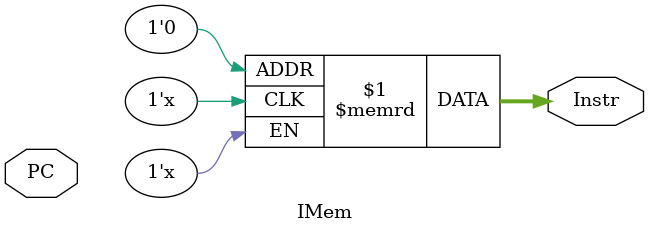
<source format=v>
`timescale 1ns / 1ps


module IMem(
    input PC,
    output [31:0] Instr
    );
    
    reg [31:0]mem[4095:0];
    
    assign Instr = mem[PC >> 2];
    
endmodule

</source>
